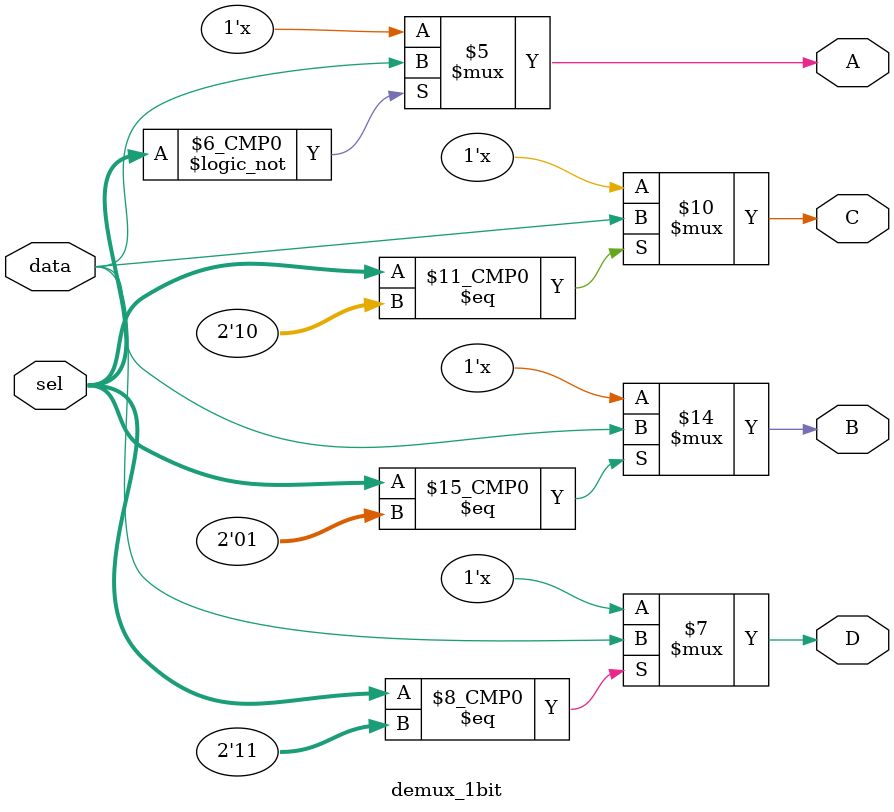
<source format=v>



module demux_1bit(
input data,
input [1:0] sel,
output reg A, B, C, D
    );
    
always @(data, sel) begin
    
    
    case (sel)
    2'b00: A = data;
    2'b01: B = data;
    2'b10: C = data;
    2'b11: D = data;
    
    endcase
 end
    
endmodule

</source>
